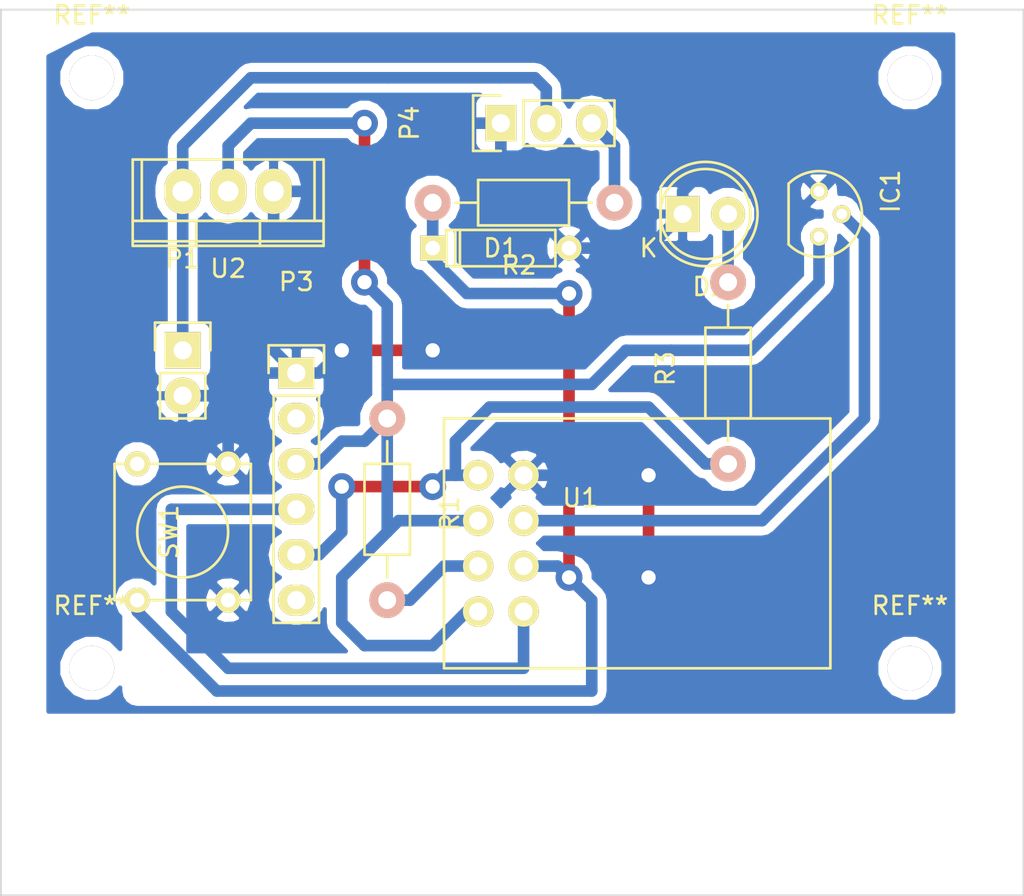
<source format=kicad_pcb>
(kicad_pcb (version 4) (host pcbnew "(2015-06-25 BZR 5821)-product")

  (general
    (links 27)
    (no_connects 2)
    (area 140.919999 52.019999 198.170001 101.650001)
    (thickness 1.6)
    (drawings 4)
    (tracks 120)
    (zones 0)
    (modules 16)
    (nets 13)
  )

  (page A4)
  (layers
    (0 F.Cu signal)
    (31 B.Cu signal)
    (32 B.Adhes user)
    (33 F.Adhes user)
    (34 B.Paste user)
    (35 F.Paste user)
    (36 B.SilkS user)
    (37 F.SilkS user)
    (38 B.Mask user)
    (39 F.Mask user)
    (40 Dwgs.User user)
    (41 Cmts.User user)
    (42 Eco1.User user)
    (43 Eco2.User user)
    (44 Edge.Cuts user)
    (45 Margin user)
    (46 B.CrtYd user)
    (47 F.CrtYd user hide)
    (48 B.Fab user hide)
    (49 F.Fab user hide)
  )

  (setup
    (last_trace_width 0.25)
    (trace_clearance 0.2)
    (zone_clearance 0.508)
    (zone_45_only no)
    (trace_min 0.2)
    (segment_width 0.2)
    (edge_width 0.1)
    (via_size 0.6)
    (via_drill 0.4)
    (via_min_size 0.4)
    (via_min_drill 0.3)
    (uvia_size 0.3)
    (uvia_drill 0.1)
    (uvias_allowed no)
    (uvia_min_size 0.2)
    (uvia_min_drill 0.1)
    (pcb_text_width 0.3)
    (pcb_text_size 1.5 1.5)
    (mod_edge_width 0.15)
    (mod_text_size 1 1)
    (mod_text_width 0.15)
    (pad_size 1.5 1.5)
    (pad_drill 0.6)
    (pad_to_mask_clearance 0)
    (aux_axis_origin 0 0)
    (visible_elements FFFDFF7F)
    (pcbplotparams
      (layerselection 0x01000_80000000)
      (usegerberextensions false)
      (excludeedgelayer true)
      (linewidth 0.100000)
      (plotframeref false)
      (viasonmask false)
      (mode 1)
      (useauxorigin false)
      (hpglpennumber 1)
      (hpglpenspeed 20)
      (hpglpendiameter 15)
      (hpglpenoverlay 2)
      (psnegative false)
      (psa4output false)
      (plotreference true)
      (plotvalue true)
      (plotinvisibletext false)
      (padsonsilk false)
      (subtractmaskfromsilk false)
      (outputformat 1)
      (mirror false)
      (drillshape 0)
      (scaleselection 1)
      (outputdirectory fab/))
  )

  (net 0 "")
  (net 1 +3V3)
  (net 2 GND)
  (net 3 "Net-(R1-Pad2)")
  (net 4 /rx)
  (net 5 /tx)
  (net 6 +5V)
  (net 7 /gpio0)
  (net 8 "Net-(P3-Pad2)")
  (net 9 "Net-(P3-Pad6)")
  (net 10 /gpio0-in)
  (net 11 /gpio2)
  (net 12 "Net-(D2-Pad2)")

  (net_class Default "This is the default net class."
    (clearance 0.2)
    (trace_width 0.25)
    (via_dia 0.6)
    (via_drill 0.4)
    (uvia_dia 0.3)
    (uvia_drill 0.1)
  )

  (net_class etch ""
    (clearance 0.2)
    (trace_width 0.65)
    (via_dia 1.5)
    (via_drill 0.8)
    (uvia_dia 0.3)
    (uvia_drill 0.1)
    (add_net +3V3)
    (add_net +5V)
    (add_net /gpio0)
    (add_net /gpio0-in)
    (add_net /gpio2)
    (add_net /rx)
    (add_net /tx)
    (add_net GND)
    (add_net "Net-(D2-Pad2)")
    (add_net "Net-(P3-Pad2)")
    (add_net "Net-(P3-Pad6)")
    (add_net "Net-(R1-Pad2)")
  )

  (module Pin_Headers:Pin_Header_Straight_1x02 (layer F.Cu) (tedit 54EA090C) (tstamp 55A12B77)
    (at 151.13 71.12)
    (descr "Through hole pin header")
    (tags "pin header")
    (path /55A01383)
    (fp_text reference P1 (at 0 -5.1) (layer F.SilkS)
      (effects (font (size 1 1) (thickness 0.15)))
    )
    (fp_text value power (at 0 -3.1) (layer F.Fab)
      (effects (font (size 1 1) (thickness 0.15)))
    )
    (fp_line (start 1.27 1.27) (end 1.27 3.81) (layer F.SilkS) (width 0.15))
    (fp_line (start 1.55 -1.55) (end 1.55 0) (layer F.SilkS) (width 0.15))
    (fp_line (start -1.75 -1.75) (end -1.75 4.3) (layer F.CrtYd) (width 0.05))
    (fp_line (start 1.75 -1.75) (end 1.75 4.3) (layer F.CrtYd) (width 0.05))
    (fp_line (start -1.75 -1.75) (end 1.75 -1.75) (layer F.CrtYd) (width 0.05))
    (fp_line (start -1.75 4.3) (end 1.75 4.3) (layer F.CrtYd) (width 0.05))
    (fp_line (start 1.27 1.27) (end -1.27 1.27) (layer F.SilkS) (width 0.15))
    (fp_line (start -1.55 0) (end -1.55 -1.55) (layer F.SilkS) (width 0.15))
    (fp_line (start -1.55 -1.55) (end 1.55 -1.55) (layer F.SilkS) (width 0.15))
    (fp_line (start -1.27 1.27) (end -1.27 3.81) (layer F.SilkS) (width 0.15))
    (fp_line (start -1.27 3.81) (end 1.27 3.81) (layer F.SilkS) (width 0.15))
    (pad 1 thru_hole rect (at 0 0) (size 2.032 2.032) (drill 1.016) (layers *.Cu *.Mask F.SilkS)
      (net 6 +5V))
    (pad 2 thru_hole oval (at 0 2.54) (size 2.032 2.032) (drill 1.016) (layers *.Cu *.Mask F.SilkS)
      (net 2 GND))
    (model Pin_Headers.3dshapes/Pin_Header_Straight_1x02.wrl
      (at (xyz 0 -0.05 0))
      (scale (xyz 1 1 1))
      (rotate (xyz 0 0 90))
    )
  )

  (module Resistors_ThroughHole:Resistor_Horizontal_RM10mm (layer F.Cu) (tedit 53F56209) (tstamp 55A12B94)
    (at 162.56 80.01 270)
    (descr "Resistor, Axial,  RM 10mm, 1/3W,")
    (tags "Resistor, Axial, RM 10mm, 1/3W,")
    (path /559D04DB)
    (fp_text reference R1 (at 0.24892 -3.50012 270) (layer F.SilkS)
      (effects (font (size 1 1) (thickness 0.15)))
    )
    (fp_text value 1k (at 3.81 3.81 270) (layer F.Fab)
      (effects (font (size 1 1) (thickness 0.15)))
    )
    (fp_line (start -2.54 -1.27) (end 2.54 -1.27) (layer F.SilkS) (width 0.15))
    (fp_line (start 2.54 -1.27) (end 2.54 1.27) (layer F.SilkS) (width 0.15))
    (fp_line (start 2.54 1.27) (end -2.54 1.27) (layer F.SilkS) (width 0.15))
    (fp_line (start -2.54 1.27) (end -2.54 -1.27) (layer F.SilkS) (width 0.15))
    (fp_line (start -2.54 0) (end -3.81 0) (layer F.SilkS) (width 0.15))
    (fp_line (start 2.54 0) (end 3.81 0) (layer F.SilkS) (width 0.15))
    (pad 1 thru_hole circle (at -5.08 0 270) (size 1.99898 1.99898) (drill 1.00076) (layers *.Cu *.SilkS *.Mask)
      (net 1 +3V3))
    (pad 2 thru_hole circle (at 5.08 0 270) (size 1.99898 1.99898) (drill 1.00076) (layers *.Cu *.SilkS *.Mask)
      (net 3 "Net-(R1-Pad2)"))
    (model Resistors_ThroughHole.3dshapes/Resistor_Horizontal_RM10mm.wrl
      (at (xyz 0 0 0))
      (scale (xyz 0.4 0.4 0.4))
      (rotate (xyz 0 0 0))
    )
  )

  (module kicadlibs:esp8266 (layer F.Cu) (tedit 55A126AC) (tstamp 55A12C16)
    (at 170.18 85.09)
    (path /55A0E571)
    (fp_text reference U1 (at 3.175 -5.715) (layer F.SilkS)
      (effects (font (size 1 1) (thickness 0.15)))
    )
    (fp_text value esp8266 (at 5.715 -8.255) (layer F.Fab)
      (effects (font (size 1 1) (thickness 0.15)))
    )
    (fp_line (start -4.445 -10.16) (end 17.145 -10.16) (layer F.SilkS) (width 0.15))
    (fp_line (start 17.145 -10.16) (end 17.145 3.81) (layer F.SilkS) (width 0.15))
    (fp_line (start 17.145 3.81) (end -4.445 3.81) (layer F.SilkS) (width 0.15))
    (fp_line (start -4.445 3.81) (end -4.445 -10.16) (layer F.SilkS) (width 0.15))
    (pad 1 thru_hole circle (at 0 0.635) (size 1.7 1.7) (drill 1) (layers *.Cu *.Mask F.SilkS)
      (net 4 /rx))
    (pad 2 thru_hole circle (at -2.54 0.635) (size 1.7 1.7) (drill 1) (layers *.Cu *.Mask F.SilkS)
      (net 1 +3V3))
    (pad 3 thru_hole circle (at 0 -1.905) (size 1.7 1.7) (drill 1) (layers *.Cu *.Mask F.SilkS)
      (net 7 /gpio0))
    (pad 4 thru_hole circle (at -2.54 -1.905) (size 1.7 1.7) (drill 1) (layers *.Cu *.Mask F.SilkS)
      (net 3 "Net-(R1-Pad2)"))
    (pad 5 thru_hole circle (at 0 -4.445) (size 1.7 1.7) (drill 1) (layers *.Cu *.Mask F.SilkS)
      (net 11 /gpio2))
    (pad 6 thru_hole circle (at -2.54 -4.445) (size 1.7 1.7) (drill 1) (layers *.Cu *.Mask F.SilkS)
      (net 1 +3V3))
    (pad 7 thru_hole circle (at 0 -6.985) (size 1.7 1.7) (drill 1) (layers *.Cu *.Mask F.SilkS)
      (net 2 GND))
    (pad 8 thru_hole circle (at -2.54 -6.985) (size 1.7 1.7) (drill 1) (layers *.Cu *.Mask F.SilkS)
      (net 5 /tx))
  )

  (module Pin_Headers:Pin_Header_Straight_1x06 (layer F.Cu) (tedit 0) (tstamp 55A12C71)
    (at 157.48 72.39)
    (descr "Through hole pin header")
    (tags "pin header")
    (path /55A12CF8)
    (fp_text reference P3 (at 0 -5.1) (layer F.SilkS)
      (effects (font (size 1 1) (thickness 0.15)))
    )
    (fp_text value ftdi (at 0 -3.1) (layer F.Fab)
      (effects (font (size 1 1) (thickness 0.15)))
    )
    (fp_line (start -1.75 -1.75) (end -1.75 14.45) (layer F.CrtYd) (width 0.05))
    (fp_line (start 1.75 -1.75) (end 1.75 14.45) (layer F.CrtYd) (width 0.05))
    (fp_line (start -1.75 -1.75) (end 1.75 -1.75) (layer F.CrtYd) (width 0.05))
    (fp_line (start -1.75 14.45) (end 1.75 14.45) (layer F.CrtYd) (width 0.05))
    (fp_line (start 1.27 1.27) (end 1.27 13.97) (layer F.SilkS) (width 0.15))
    (fp_line (start 1.27 13.97) (end -1.27 13.97) (layer F.SilkS) (width 0.15))
    (fp_line (start -1.27 13.97) (end -1.27 1.27) (layer F.SilkS) (width 0.15))
    (fp_line (start 1.55 -1.55) (end 1.55 0) (layer F.SilkS) (width 0.15))
    (fp_line (start 1.27 1.27) (end -1.27 1.27) (layer F.SilkS) (width 0.15))
    (fp_line (start -1.55 0) (end -1.55 -1.55) (layer F.SilkS) (width 0.15))
    (fp_line (start -1.55 -1.55) (end 1.55 -1.55) (layer F.SilkS) (width 0.15))
    (pad 1 thru_hole rect (at 0 0) (size 2.032 1.7272) (drill 1.016) (layers *.Cu *.Mask F.SilkS)
      (net 2 GND))
    (pad 2 thru_hole oval (at 0 2.54) (size 2.032 1.7272) (drill 1.016) (layers *.Cu *.Mask F.SilkS)
      (net 8 "Net-(P3-Pad2)"))
    (pad 3 thru_hole oval (at 0 5.08) (size 2.032 1.7272) (drill 1.016) (layers *.Cu *.Mask F.SilkS)
      (net 1 +3V3))
    (pad 4 thru_hole oval (at 0 7.62) (size 2.032 1.7272) (drill 1.016) (layers *.Cu *.Mask F.SilkS)
      (net 4 /rx))
    (pad 5 thru_hole oval (at 0 10.16) (size 2.032 1.7272) (drill 1.016) (layers *.Cu *.Mask F.SilkS)
      (net 5 /tx))
    (pad 6 thru_hole oval (at 0 12.7) (size 2.032 1.7272) (drill 1.016) (layers *.Cu *.Mask F.SilkS)
      (net 9 "Net-(P3-Pad6)"))
    (model Pin_Headers.3dshapes/Pin_Header_Straight_1x06.wrl
      (at (xyz 0 -0.25 0))
      (scale (xyz 1 1 1))
      (rotate (xyz 0 0 90))
    )
  )

  (module Resistors_ThroughHole:Resistor_Horizontal_RM10mm (layer F.Cu) (tedit 53F56209) (tstamp 55A13270)
    (at 170.18 62.865 180)
    (descr "Resistor, Axial,  RM 10mm, 1/3W,")
    (tags "Resistor, Axial, RM 10mm, 1/3W,")
    (path /55A136D6)
    (fp_text reference R2 (at 0.24892 -3.50012 180) (layer F.SilkS)
      (effects (font (size 1 1) (thickness 0.15)))
    )
    (fp_text value 1k (at 3.81 3.81 180) (layer F.Fab)
      (effects (font (size 1 1) (thickness 0.15)))
    )
    (fp_line (start -2.54 -1.27) (end 2.54 -1.27) (layer F.SilkS) (width 0.15))
    (fp_line (start 2.54 -1.27) (end 2.54 1.27) (layer F.SilkS) (width 0.15))
    (fp_line (start 2.54 1.27) (end -2.54 1.27) (layer F.SilkS) (width 0.15))
    (fp_line (start -2.54 1.27) (end -2.54 -1.27) (layer F.SilkS) (width 0.15))
    (fp_line (start -2.54 0) (end -3.81 0) (layer F.SilkS) (width 0.15))
    (fp_line (start 2.54 0) (end 3.81 0) (layer F.SilkS) (width 0.15))
    (pad 1 thru_hole circle (at -5.08 0 180) (size 1.99898 1.99898) (drill 1.00076) (layers *.Cu *.SilkS *.Mask)
      (net 10 /gpio0-in))
    (pad 2 thru_hole circle (at 5.08 0 180) (size 1.99898 1.99898) (drill 1.00076) (layers *.Cu *.SilkS *.Mask)
      (net 7 /gpio0))
    (model Resistors_ThroughHole.3dshapes/Resistor_Horizontal_RM10mm.wrl
      (at (xyz 0 0 0))
      (scale (xyz 0.4 0.4 0.4))
      (rotate (xyz 0 0 0))
    )
  )

  (module Discret:D3 (layer F.Cu) (tedit 55A381C1) (tstamp 55A132B9)
    (at 168.91 65.405 180)
    (descr "Diode 3 pas")
    (tags "DIODE DEV")
    (path /55A1356F)
    (fp_text reference D1 (at 0 0 180) (layer F.SilkS)
      (effects (font (size 1 1) (thickness 0.15)))
    )
    (fp_text value ZENER (at 0 0 180) (layer F.Fab)
      (effects (font (size 1 1) (thickness 0.15)))
    )
    (fp_line (start 3.81 0) (end 3.048 0) (layer F.SilkS) (width 0.15))
    (fp_line (start 3.048 0) (end 3.048 -1.016) (layer F.SilkS) (width 0.15))
    (fp_line (start 3.048 -1.016) (end -3.048 -1.016) (layer F.SilkS) (width 0.15))
    (fp_line (start -3.048 -1.016) (end -3.048 0) (layer F.SilkS) (width 0.15))
    (fp_line (start -3.048 0) (end -3.81 0) (layer F.SilkS) (width 0.15))
    (fp_line (start -3.048 0) (end -3.048 1.016) (layer F.SilkS) (width 0.15))
    (fp_line (start -3.048 1.016) (end 3.048 1.016) (layer F.SilkS) (width 0.15))
    (fp_line (start 3.048 1.016) (end 3.048 0) (layer F.SilkS) (width 0.15))
    (fp_line (start 2.54 -1.016) (end 2.54 1.016) (layer F.SilkS) (width 0.15))
    (fp_line (start 2.286 1.016) (end 2.286 -1.016) (layer F.SilkS) (width 0.15))
    (pad 1 thru_hole rect (at 3.81 0 180) (size 1.397 1.397) (drill 0.8128) (layers *.Cu *.Mask F.SilkS)
      (net 7 /gpio0))
    (pad 2 thru_hole circle (at -3.81 0 180) (size 1.397 1.397) (drill 0.8128) (layers *.Cu *.Mask F.SilkS)
      (net 2 GND))
    (model Discret.3dshapes/D3.wrl
      (at (xyz 0 0 0))
      (scale (xyz 0.3 0.3 0.3))
      (rotate (xyz 0 0 0))
    )
  )

  (module Power_Integrations:TO-220 (layer F.Cu) (tedit 0) (tstamp 55A132C6)
    (at 153.67 62.23 180)
    (descr "Non Isolated JEDEC TO-220 Package")
    (tags "Power Integration YN Package")
    (path /55A1346A)
    (fp_text reference U2 (at 0 -4.318 180) (layer F.SilkS)
      (effects (font (size 1 1) (thickness 0.15)))
    )
    (fp_text value AP1117D33 (at 0 -4.318 180) (layer F.Fab)
      (effects (font (size 1 1) (thickness 0.15)))
    )
    (fp_line (start 4.826 -1.651) (end 4.826 1.778) (layer F.SilkS) (width 0.15))
    (fp_line (start -4.826 -1.651) (end -4.826 1.778) (layer F.SilkS) (width 0.15))
    (fp_line (start 5.334 -2.794) (end -5.334 -2.794) (layer F.SilkS) (width 0.15))
    (fp_line (start 1.778 -1.778) (end 1.778 -3.048) (layer F.SilkS) (width 0.15))
    (fp_line (start -1.778 -1.778) (end -1.778 -3.048) (layer F.SilkS) (width 0.15))
    (fp_line (start -5.334 -1.651) (end 5.334 -1.651) (layer F.SilkS) (width 0.15))
    (fp_line (start 5.334 1.778) (end -5.334 1.778) (layer F.SilkS) (width 0.15))
    (fp_line (start -5.334 -3.048) (end -5.334 1.778) (layer F.SilkS) (width 0.15))
    (fp_line (start 5.334 -3.048) (end 5.334 1.778) (layer F.SilkS) (width 0.15))
    (fp_line (start 5.334 -3.048) (end -5.334 -3.048) (layer F.SilkS) (width 0.15))
    (pad 2 thru_hole oval (at 0 0 180) (size 2.032 2.54) (drill 1.143) (layers *.Cu *.Mask F.SilkS)
      (net 1 +3V3))
    (pad 3 thru_hole oval (at 2.54 0 180) (size 2.032 2.54) (drill 1.143) (layers *.Cu *.Mask F.SilkS)
      (net 6 +5V))
    (pad 1 thru_hole oval (at -2.54 0 180) (size 2.032 2.54) (drill 1.143) (layers *.Cu *.Mask F.SilkS)
      (net 2 GND))
  )

  (module Pin_Headers:Pin_Header_Straight_1x03 (layer F.Cu) (tedit 0) (tstamp 55A2DD87)
    (at 168.91 58.42 90)
    (descr "Through hole pin header")
    (tags "pin header")
    (path /55A2D5C4)
    (fp_text reference P4 (at 0 -5.1 90) (layer F.SilkS)
      (effects (font (size 1 1) (thickness 0.15)))
    )
    (fp_text value dust (at 0 -3.1 90) (layer F.Fab)
      (effects (font (size 1 1) (thickness 0.15)))
    )
    (fp_line (start -1.75 -1.75) (end -1.75 6.85) (layer F.CrtYd) (width 0.05))
    (fp_line (start 1.75 -1.75) (end 1.75 6.85) (layer F.CrtYd) (width 0.05))
    (fp_line (start -1.75 -1.75) (end 1.75 -1.75) (layer F.CrtYd) (width 0.05))
    (fp_line (start -1.75 6.85) (end 1.75 6.85) (layer F.CrtYd) (width 0.05))
    (fp_line (start -1.27 1.27) (end -1.27 6.35) (layer F.SilkS) (width 0.15))
    (fp_line (start -1.27 6.35) (end 1.27 6.35) (layer F.SilkS) (width 0.15))
    (fp_line (start 1.27 6.35) (end 1.27 1.27) (layer F.SilkS) (width 0.15))
    (fp_line (start 1.55 -1.55) (end 1.55 0) (layer F.SilkS) (width 0.15))
    (fp_line (start 1.27 1.27) (end -1.27 1.27) (layer F.SilkS) (width 0.15))
    (fp_line (start -1.55 0) (end -1.55 -1.55) (layer F.SilkS) (width 0.15))
    (fp_line (start -1.55 -1.55) (end 1.55 -1.55) (layer F.SilkS) (width 0.15))
    (pad 1 thru_hole rect (at 0 0 90) (size 2.032 1.7272) (drill 1.016) (layers *.Cu *.Mask F.SilkS)
      (net 2 GND))
    (pad 2 thru_hole oval (at 0 2.54 90) (size 2.032 1.7272) (drill 1.016) (layers *.Cu *.Mask F.SilkS)
      (net 6 +5V))
    (pad 3 thru_hole oval (at 0 5.08 90) (size 2.032 1.7272) (drill 1.016) (layers *.Cu *.Mask F.SilkS)
      (net 10 /gpio0-in))
    (model Pin_Headers.3dshapes/Pin_Header_Straight_1x03.wrl
      (at (xyz 0 -0.1 0))
      (scale (xyz 1 1 1))
      (rotate (xyz 0 0 90))
    )
  )

  (module Housings_TO-92:TO-92_Molded_Narrow (layer F.Cu) (tedit 54F242E1) (tstamp 55A2DE9D)
    (at 186.69 62.23 270)
    (descr "TO-92 leads molded, narrow, drill 0.6mm (see NXP sot054_po.pdf)")
    (tags "to-92 sc-43 sc-43a sot54 PA33 transistor")
    (path /55A2DD85)
    (fp_text reference IC1 (at 0 -4 270) (layer F.SilkS)
      (effects (font (size 1 1) (thickness 0.15)))
    )
    (fp_text value DS18B20 (at 0 3 270) (layer F.Fab)
      (effects (font (size 1 1) (thickness 0.15)))
    )
    (fp_line (start -1.4 1.95) (end -1.4 -2.65) (layer F.CrtYd) (width 0.05))
    (fp_line (start -1.4 1.95) (end 3.9 1.95) (layer F.CrtYd) (width 0.05))
    (fp_line (start -0.43 1.7) (end 2.97 1.7) (layer F.SilkS) (width 0.15))
    (fp_arc (start 1.27 0) (end 1.27 -2.4) (angle -135) (layer F.SilkS) (width 0.15))
    (fp_arc (start 1.27 0) (end 1.27 -2.4) (angle 135) (layer F.SilkS) (width 0.15))
    (fp_line (start -1.4 -2.65) (end 3.9 -2.65) (layer F.CrtYd) (width 0.05))
    (fp_line (start 3.9 1.95) (end 3.9 -2.65) (layer F.CrtYd) (width 0.05))
    (pad 2 thru_hole circle (at 1.27 -1.27) (size 1.00076 1.00076) (drill 0.6) (layers *.Cu *.Mask F.SilkS)
      (net 11 /gpio2))
    (pad 3 thru_hole circle (at 2.54 0) (size 1.00076 1.00076) (drill 0.6) (layers *.Cu *.Mask F.SilkS)
      (net 1 +3V3))
    (pad 1 thru_hole circle (at 0 0) (size 1.00076 1.00076) (drill 0.6) (layers *.Cu *.Mask F.SilkS)
      (net 2 GND))
    (model Housings_TO-92.3dshapes/TO-92_Molded_Narrow.wrl
      (at (xyz 0.05 0 0))
      (scale (xyz 1 1 1))
      (rotate (xyz 0 0 -90))
    )
  )

  (module Resistors_ThroughHole:Resistor_Horizontal_RM10mm (layer F.Cu) (tedit 53F56209) (tstamp 55A37E7E)
    (at 181.61 72.39 90)
    (descr "Resistor, Axial,  RM 10mm, 1/3W,")
    (tags "Resistor, Axial, RM 10mm, 1/3W,")
    (path /55A37F6F)
    (fp_text reference R3 (at 0.24892 -3.50012 90) (layer F.SilkS)
      (effects (font (size 1 1) (thickness 0.15)))
    )
    (fp_text value 1k (at 3.81 3.81 90) (layer F.Fab)
      (effects (font (size 1 1) (thickness 0.15)))
    )
    (fp_line (start -2.54 -1.27) (end 2.54 -1.27) (layer F.SilkS) (width 0.15))
    (fp_line (start 2.54 -1.27) (end 2.54 1.27) (layer F.SilkS) (width 0.15))
    (fp_line (start 2.54 1.27) (end -2.54 1.27) (layer F.SilkS) (width 0.15))
    (fp_line (start -2.54 1.27) (end -2.54 -1.27) (layer F.SilkS) (width 0.15))
    (fp_line (start -2.54 0) (end -3.81 0) (layer F.SilkS) (width 0.15))
    (fp_line (start 2.54 0) (end 3.81 0) (layer F.SilkS) (width 0.15))
    (pad 1 thru_hole circle (at -5.08 0 90) (size 1.99898 1.99898) (drill 1.00076) (layers *.Cu *.SilkS *.Mask)
      (net 5 /tx))
    (pad 2 thru_hole circle (at 5.08 0 90) (size 1.99898 1.99898) (drill 1.00076) (layers *.Cu *.SilkS *.Mask)
      (net 12 "Net-(D2-Pad2)"))
    (model Resistors_ThroughHole.3dshapes/Resistor_Horizontal_RM10mm.wrl
      (at (xyz 0 0 0))
      (scale (xyz 0.4 0.4 0.4))
      (rotate (xyz 0 0 0))
    )
  )

  (module LEDs:LED-5MM (layer F.Cu) (tedit 5570F7EA) (tstamp 55A37EB4)
    (at 179.07 63.5)
    (descr "LED 5mm round vertical")
    (tags "LED 5mm round vertical")
    (path /55A37ED4)
    (fp_text reference D2 (at 1.524 4.064) (layer F.SilkS)
      (effects (font (size 1 1) (thickness 0.15)))
    )
    (fp_text value LED (at 1.524 -3.937) (layer F.Fab)
      (effects (font (size 1 1) (thickness 0.15)))
    )
    (fp_line (start -1.5 -1.55) (end -1.5 1.55) (layer F.CrtYd) (width 0.05))
    (fp_arc (start 1.3 0) (end -1.5 1.55) (angle -302) (layer F.CrtYd) (width 0.05))
    (fp_arc (start 1.27 0) (end -1.23 -1.5) (angle 297.5) (layer F.SilkS) (width 0.15))
    (fp_line (start -1.23 1.5) (end -1.23 -1.5) (layer F.SilkS) (width 0.15))
    (fp_circle (center 1.27 0) (end 0.97 -2.5) (layer F.SilkS) (width 0.15))
    (fp_text user K (at -1.905 1.905) (layer F.SilkS)
      (effects (font (size 1 1) (thickness 0.15)))
    )
    (pad 1 thru_hole rect (at 0 0 90) (size 2 1.9) (drill 1.00076) (layers *.Cu *.Mask F.SilkS)
      (net 2 GND))
    (pad 2 thru_hole circle (at 2.54 0) (size 1.9 1.9) (drill 1.00076) (layers *.Cu *.Mask F.SilkS)
      (net 12 "Net-(D2-Pad2)"))
    (model LEDs.3dshapes/LED-5MM.wrl
      (at (xyz 0.05 0 0))
      (scale (xyz 1 1 1))
      (rotate (xyz 0 0 90))
    )
  )

  (module Buttons_Switches_ThroughHole:SW_PUSH_SMALL (layer F.Cu) (tedit 0) (tstamp 55A410CC)
    (at 151.13 81.28 90)
    (path /55A4108A)
    (fp_text reference SW1 (at 0 -0.762 90) (layer F.SilkS)
      (effects (font (size 1 1) (thickness 0.15)))
    )
    (fp_text value SW_PUSH (at 0 1.016 90) (layer F.Fab)
      (effects (font (size 1 1) (thickness 0.15)))
    )
    (fp_circle (center 0 0) (end 0 -2.54) (layer F.SilkS) (width 0.15))
    (fp_line (start -3.81 -3.81) (end 3.81 -3.81) (layer F.SilkS) (width 0.15))
    (fp_line (start 3.81 -3.81) (end 3.81 3.81) (layer F.SilkS) (width 0.15))
    (fp_line (start 3.81 3.81) (end -3.81 3.81) (layer F.SilkS) (width 0.15))
    (fp_line (start -3.81 -3.81) (end -3.81 3.81) (layer F.SilkS) (width 0.15))
    (pad 1 thru_hole circle (at 3.81 -2.54 90) (size 1.397 1.397) (drill 0.8128) (layers *.Cu *.Mask F.SilkS)
      (net 7 /gpio0))
    (pad 2 thru_hole circle (at 3.81 2.54 90) (size 1.397 1.397) (drill 0.8128) (layers *.Cu *.Mask F.SilkS)
      (net 2 GND))
    (pad 1 thru_hole circle (at -3.81 -2.54 90) (size 1.397 1.397) (drill 0.8128) (layers *.Cu *.Mask F.SilkS)
      (net 7 /gpio0))
    (pad 2 thru_hole circle (at -3.81 2.54 90) (size 1.397 1.397) (drill 0.8128) (layers *.Cu *.Mask F.SilkS)
      (net 2 GND))
  )

  (module Mounting_Holes:MountingHole_2-5mm (layer F.Cu) (tedit 0) (tstamp 55A415CE)
    (at 191.77 88.9)
    (descr "Mounting hole, Befestigungsbohrung, 2,5mm, No Annular, Kein Restring,")
    (tags "Mounting hole, Befestigungsbohrung, 2,5mm, No Annular, Kein Restring,")
    (fp_text reference REF** (at 0 -3.50012) (layer F.SilkS)
      (effects (font (size 1 1) (thickness 0.15)))
    )
    (fp_text value MountingHole_2-5mm (at 0.09906 3.59918) (layer F.Fab)
      (effects (font (size 1 1) (thickness 0.15)))
    )
    (fp_circle (center 0 0) (end 2.5 0) (layer Cmts.User) (width 0.381))
    (pad 1 thru_hole circle (at 0 0) (size 2.5 2.5) (drill 2.5) (layers))
  )

  (module Mounting_Holes:MountingHole_2-5mm (layer F.Cu) (tedit 0) (tstamp 55A415E2)
    (at 191.77 55.88)
    (descr "Mounting hole, Befestigungsbohrung, 2,5mm, No Annular, Kein Restring,")
    (tags "Mounting hole, Befestigungsbohrung, 2,5mm, No Annular, Kein Restring,")
    (fp_text reference REF** (at 0 -3.50012) (layer F.SilkS)
      (effects (font (size 1 1) (thickness 0.15)))
    )
    (fp_text value MountingHole_2-5mm (at 0.09906 3.59918) (layer F.Fab)
      (effects (font (size 1 1) (thickness 0.15)))
    )
    (fp_circle (center 0 0) (end 2.5 0) (layer Cmts.User) (width 0.381))
    (pad 1 thru_hole circle (at 0 0) (size 2.5 2.5) (drill 2.5) (layers))
  )

  (module Mounting_Holes:MountingHole_2-5mm (layer F.Cu) (tedit 0) (tstamp 55A415F7)
    (at 146.05 55.88)
    (descr "Mounting hole, Befestigungsbohrung, 2,5mm, No Annular, Kein Restring,")
    (tags "Mounting hole, Befestigungsbohrung, 2,5mm, No Annular, Kein Restring,")
    (fp_text reference REF** (at 0 -3.50012) (layer F.SilkS)
      (effects (font (size 1 1) (thickness 0.15)))
    )
    (fp_text value MountingHole_2-5mm (at 0.09906 3.59918) (layer F.Fab)
      (effects (font (size 1 1) (thickness 0.15)))
    )
    (fp_circle (center 0 0) (end 2.5 0) (layer Cmts.User) (width 0.381))
    (pad 1 thru_hole circle (at 0 0) (size 2.5 2.5) (drill 2.5) (layers))
  )

  (module Mounting_Holes:MountingHole_2-5mm (layer F.Cu) (tedit 0) (tstamp 55A415FF)
    (at 146.05 88.9)
    (descr "Mounting hole, Befestigungsbohrung, 2,5mm, No Annular, Kein Restring,")
    (tags "Mounting hole, Befestigungsbohrung, 2,5mm, No Annular, Kein Restring,")
    (fp_text reference REF** (at 0 -3.50012) (layer F.SilkS)
      (effects (font (size 1 1) (thickness 0.15)))
    )
    (fp_text value MountingHole_2-5mm (at 0.09906 3.59918) (layer F.Fab)
      (effects (font (size 1 1) (thickness 0.15)))
    )
    (fp_circle (center 0 0) (end 2.5 0) (layer Cmts.User) (width 0.381))
    (pad 1 thru_hole circle (at 0 0) (size 2.5 2.5) (drill 2.5) (layers))
  )

  (gr_line (start 140.97 101.6) (end 140.97 52.07) (angle 90) (layer Edge.Cuts) (width 0.1))
  (gr_line (start 198.12 101.6) (end 140.97 101.6) (angle 90) (layer Edge.Cuts) (width 0.1))
  (gr_line (start 198.12 52.07) (end 198.12 101.6) (angle 90) (layer Edge.Cuts) (width 0.1))
  (gr_line (start 140.97 52.07) (end 198.12 52.07) (angle 90) (layer Edge.Cuts) (width 0.1))

  (segment (start 178.435 71.12) (end 175.895 71.12) (width 0.65) (layer B.Cu) (net 1))
  (segment (start 178.435 71.12) (end 182.88 71.12) (width 0.65) (layer B.Cu) (net 1) (tstamp 55A380C8))
  (segment (start 186.69 64.77) (end 186.69 67.31) (width 0.65) (layer B.Cu) (net 1))
  (segment (start 186.69 67.31) (end 182.88 71.12) (width 0.65) (layer B.Cu) (net 1) (tstamp 55A37FA1))
  (segment (start 173.99 73.025) (end 162.56 73.025) (width 0.65) (layer B.Cu) (net 1) (tstamp 55A3824C))
  (segment (start 175.895 71.12) (end 173.99 73.025) (width 0.65) (layer B.Cu) (net 1) (tstamp 55A3824B))
  (segment (start 157.48 77.47) (end 158.75 77.47) (width 0.65) (layer B.Cu) (net 1))
  (segment (start 158.75 77.47) (end 160.02 76.2) (width 0.65) (layer B.Cu) (net 1) (tstamp 55A2E58D))
  (segment (start 160.02 76.2) (end 161.29 76.2) (width 0.65) (layer B.Cu) (net 1) (tstamp 55A2E58F))
  (segment (start 161.29 76.2) (end 162.56 74.93) (width 0.65) (layer B.Cu) (net 1) (tstamp 55A2E590))
  (segment (start 162.56 74.93) (end 162.56 81.28) (width 0.65) (layer B.Cu) (net 1))
  (segment (start 167.64 85.725) (end 167.005 85.725) (width 0.65) (layer B.Cu) (net 1))
  (segment (start 167.005 85.725) (end 165.1 87.63) (width 0.65) (layer B.Cu) (net 1) (tstamp 55A2E4B4))
  (segment (start 165.1 87.63) (end 161.29 87.63) (width 0.65) (layer B.Cu) (net 1) (tstamp 55A2E4BE))
  (segment (start 161.29 87.63) (end 160.02 86.36) (width 0.65) (layer B.Cu) (net 1) (tstamp 55A2E4BF))
  (segment (start 160.02 86.36) (end 160.02 83.82) (width 0.65) (layer B.Cu) (net 1) (tstamp 55A2E4C1))
  (segment (start 160.02 83.82) (end 162.56 81.28) (width 0.65) (layer B.Cu) (net 1) (tstamp 55A2E4C3))
  (segment (start 162.56 81.28) (end 163.195 80.645) (width 0.65) (layer B.Cu) (net 1) (tstamp 55A2E572))
  (segment (start 163.195 80.645) (end 167.64 80.645) (width 0.65) (layer B.Cu) (net 1) (tstamp 55A2E4C5))
  (segment (start 153.67 62.23) (end 153.67 59.69) (width 0.65) (layer B.Cu) (net 1))
  (segment (start 161.29 67.31) (end 162.56 68.58) (width 0.65) (layer B.Cu) (net 1) (tstamp 55A2E318))
  (via (at 161.29 67.31) (size 1.5) (drill 0.8) (layers F.Cu B.Cu) (net 1))
  (segment (start 161.29 58.42) (end 161.29 67.31) (width 0.65) (layer F.Cu) (net 1) (tstamp 55A2E315))
  (via (at 161.29 58.42) (size 1.5) (drill 0.8) (layers F.Cu B.Cu) (net 1))
  (segment (start 154.94 58.42) (end 161.29 58.42) (width 0.65) (layer B.Cu) (net 1) (tstamp 55A2E312))
  (segment (start 153.67 59.69) (end 154.94 58.42) (width 0.65) (layer B.Cu) (net 1) (tstamp 55A2E310))
  (segment (start 162.56 68.58) (end 162.56 73.025) (width 0.65) (layer B.Cu) (net 1) (tstamp 55A2E319))
  (segment (start 162.56 73.025) (end 162.56 74.93) (width 0.65) (layer B.Cu) (net 1) (tstamp 55A3824F))
  (segment (start 175.26 66.675) (end 175.895 66.675) (width 0.65) (layer B.Cu) (net 2))
  (segment (start 175.895 66.675) (end 179.07 63.5) (width 0.65) (layer B.Cu) (net 2) (tstamp 55A41293))
  (segment (start 190.5 83.82) (end 177.165 83.82) (width 0.65) (layer B.Cu) (net 2))
  (segment (start 187.96 60.96) (end 189.23 60.96) (width 0.65) (layer B.Cu) (net 2) (tstamp 55A37F94))
  (segment (start 189.23 60.96) (end 191.77 63.5) (width 0.65) (layer B.Cu) (net 2) (tstamp 55A37F99))
  (segment (start 191.77 63.5) (end 191.77 82.55) (width 0.65) (layer B.Cu) (net 2) (tstamp 55A37F9A))
  (segment (start 191.77 82.55) (end 190.5 83.82) (width 0.65) (layer B.Cu) (net 2) (tstamp 55A37F9E))
  (via (at 177.165 78.105) (size 1.5) (drill 0.8) (layers F.Cu B.Cu) (net 2))
  (segment (start 177.165 78.105) (end 177.165 83.82) (width 0.65) (layer F.Cu) (net 2) (tstamp 55A382C1))
  (via (at 177.165 83.82) (size 1.5) (drill 0.8) (layers F.Cu B.Cu) (net 2))
  (segment (start 177.165 78.105) (end 170.18 78.105) (width 0.65) (layer B.Cu) (net 2))
  (segment (start 153.67 77.47) (end 153.67 73.66) (width 0.65) (layer B.Cu) (net 2))
  (segment (start 168.91 58.42) (end 168.91 61.595) (width 0.65) (layer B.Cu) (net 2))
  (segment (start 168.91 61.595) (end 172.72 65.405) (width 0.65) (layer B.Cu) (net 2) (tstamp 55A38240))
  (segment (start 168.91 58.42) (end 164.465 58.42) (width 0.65) (layer B.Cu) (net 2))
  (segment (start 160.655 62.23) (end 164.465 58.42) (width 0.65) (layer B.Cu) (net 2) (tstamp 55A38244))
  (segment (start 160.655 62.23) (end 156.21 62.23) (width 0.65) (layer B.Cu) (net 2))
  (segment (start 165.1 71.12) (end 173.355 71.12) (width 0.65) (layer B.Cu) (net 2))
  (segment (start 173.355 71.12) (end 175.26 69.215) (width 0.65) (layer B.Cu) (net 2) (tstamp 55A382A8))
  (segment (start 175.26 69.215) (end 175.26 66.675) (width 0.65) (layer B.Cu) (net 2) (tstamp 55A382A9))
  (segment (start 175.26 66.675) (end 175.26 66.04) (width 0.65) (layer B.Cu) (net 2) (tstamp 55A41291))
  (segment (start 175.26 66.04) (end 174.625 65.405) (width 0.65) (layer B.Cu) (net 2) (tstamp 55A382AA))
  (segment (start 174.625 65.405) (end 172.72 65.405) (width 0.65) (layer B.Cu) (net 2) (tstamp 55A382AB))
  (via (at 165.1 71.12) (size 1.5) (drill 0.8) (layers F.Cu B.Cu) (net 2))
  (segment (start 165.1 71.12) (end 160.02 71.12) (width 0.65) (layer F.Cu) (net 2) (tstamp 55A2E4EC))
  (via (at 160.02 71.12) (size 1.5) (drill 0.8) (layers F.Cu B.Cu) (net 2))
  (segment (start 160.02 71.12) (end 158.75 72.39) (width 0.65) (layer B.Cu) (net 2) (tstamp 55A2E4EF))
  (segment (start 157.48 72.39) (end 158.75 72.39) (width 0.65) (layer B.Cu) (net 2) (tstamp 55A2E4F0))
  (segment (start 179.07 63.5) (end 179.07 62.23) (width 0.65) (layer B.Cu) (net 2))
  (segment (start 179.07 62.23) (end 180.34 60.96) (width 0.65) (layer B.Cu) (net 2) (tstamp 55A37FAC))
  (segment (start 180.34 60.96) (end 187.96 60.96) (width 0.65) (layer B.Cu) (net 2) (tstamp 55A37FAD))
  (segment (start 186.69 62.23) (end 187.96 60.96) (width 0.65) (layer B.Cu) (net 2))
  (segment (start 151.13 73.66) (end 153.67 73.66) (width 0.65) (layer B.Cu) (net 2))
  (segment (start 154.94 72.39) (end 157.48 72.39) (width 0.65) (layer B.Cu) (net 2) (tstamp 55A2E1CB))
  (segment (start 153.67 73.66) (end 154.94 72.39) (width 0.65) (layer B.Cu) (net 2) (tstamp 55A2E1CA))
  (segment (start 156.21 62.23) (end 156.21 71.12) (width 0.65) (layer B.Cu) (net 2))
  (segment (start 156.21 71.12) (end 157.48 72.39) (width 0.65) (layer B.Cu) (net 2) (tstamp 55A2E1C5))
  (segment (start 162.56 85.09) (end 163.83 85.09) (width 0.65) (layer B.Cu) (net 3))
  (segment (start 165.735 83.185) (end 167.64 83.185) (width 0.65) (layer B.Cu) (net 3) (tstamp 55A2E328))
  (segment (start 163.83 85.09) (end 165.735 83.185) (width 0.65) (layer B.Cu) (net 3) (tstamp 55A2E327))
  (segment (start 153.67 88.9) (end 150.495 85.725) (width 0.65) (layer B.Cu) (net 4))
  (segment (start 150.495 80.01) (end 153.67 80.01) (width 0.65) (layer B.Cu) (net 4) (tstamp 55A4112A))
  (segment (start 157.48 80.01) (end 153.67 80.01) (width 0.65) (layer B.Cu) (net 4))
  (segment (start 170.18 88.9) (end 170.18 85.725) (width 0.65) (layer B.Cu) (net 4) (tstamp 55A2E302))
  (segment (start 153.67 88.9) (end 170.18 88.9) (width 0.65) (layer B.Cu) (net 4) (tstamp 55A2E2FD))
  (segment (start 150.495 85.725) (end 150.495 80.01) (width 0.65) (layer B.Cu) (net 4) (tstamp 55A4169C))
  (segment (start 181.61 77.47) (end 180.34 77.47) (width 0.65) (layer B.Cu) (net 5))
  (segment (start 166.37 76.2) (end 166.37 78.105) (width 0.65) (layer B.Cu) (net 5) (tstamp 55A38259))
  (segment (start 168.275 74.295) (end 166.37 76.2) (width 0.65) (layer B.Cu) (net 5) (tstamp 55A38258))
  (segment (start 177.165 74.295) (end 168.275 74.295) (width 0.65) (layer B.Cu) (net 5) (tstamp 55A38255))
  (segment (start 180.34 77.47) (end 177.165 74.295) (width 0.65) (layer B.Cu) (net 5) (tstamp 55A38254))
  (segment (start 157.48 82.55) (end 158.75 82.55) (width 0.65) (layer B.Cu) (net 5))
  (segment (start 158.75 82.55) (end 160.02 81.28) (width 0.65) (layer B.Cu) (net 5) (tstamp 55A2E57A))
  (segment (start 160.02 81.28) (end 160.02 78.74) (width 0.65) (layer B.Cu) (net 5) (tstamp 55A2E57B))
  (via (at 160.02 78.74) (size 1.5) (drill 0.8) (layers F.Cu B.Cu) (net 5))
  (segment (start 160.02 78.74) (end 165.1 78.74) (width 0.65) (layer F.Cu) (net 5) (tstamp 55A2E584))
  (via (at 165.1 78.74) (size 1.5) (drill 0.8) (layers F.Cu B.Cu) (net 5))
  (segment (start 165.1 78.74) (end 165.735 78.105) (width 0.65) (layer B.Cu) (net 5) (tstamp 55A2E587))
  (segment (start 165.735 78.105) (end 166.37 78.105) (width 0.65) (layer B.Cu) (net 5) (tstamp 55A2E588))
  (segment (start 166.37 78.105) (end 167.64 78.105) (width 0.65) (layer B.Cu) (net 5) (tstamp 55A3825C))
  (segment (start 171.45 58.42) (end 171.45 56.515) (width 0.65) (layer B.Cu) (net 6))
  (segment (start 151.13 59.69) (end 151.13 62.23) (width 0.65) (layer B.Cu) (net 6))
  (segment (start 154.94 55.88) (end 162.56 55.88) (width 0.65) (layer B.Cu) (net 6) (tstamp 55A2E3E8))
  (segment (start 151.13 59.69) (end 154.94 55.88) (width 0.65) (layer B.Cu) (net 6) (tstamp 55A2E3DD))
  (segment (start 162.56 55.88) (end 168.91 55.88) (width 0.65) (layer B.Cu) (net 6))
  (segment (start 170.815 55.88) (end 168.91 55.88) (width 0.65) (layer B.Cu) (net 6) (tstamp 55A382EC))
  (segment (start 171.45 56.515) (end 170.815 55.88) (width 0.65) (layer B.Cu) (net 6) (tstamp 55A382EB))
  (segment (start 151.13 62.23) (end 151.13 71.12) (width 0.65) (layer B.Cu) (net 6))
  (segment (start 148.59 85.09) (end 148.59 85.725) (width 0.65) (layer B.Cu) (net 7) (status C00000))
  (segment (start 148.59 85.725) (end 153.035 90.17) (width 0.65) (layer B.Cu) (net 7) (tstamp 55A41696) (status 400000))
  (segment (start 172.72 83.82) (end 173.99 85.09) (width 0.65) (layer B.Cu) (net 7) (tstamp 55A2E544))
  (segment (start 173.99 85.09) (end 173.99 90.17) (width 0.65) (layer B.Cu) (net 7) (tstamp 55A2E32F))
  (segment (start 173.99 90.17) (end 153.035 90.17) (width 0.65) (layer B.Cu) (net 7) (tstamp 55A2E330))
  (segment (start 165.1 65.405) (end 165.1 66.04) (width 0.65) (layer B.Cu) (net 7))
  (segment (start 165.1 66.04) (end 167.005 67.945) (width 0.65) (layer B.Cu) (net 7) (tstamp 55A3825E))
  (segment (start 170.815 67.945) (end 172.72 67.945) (width 0.65) (layer B.Cu) (net 7) (tstamp 55A38261))
  (segment (start 167.005 67.945) (end 170.815 67.945) (width 0.65) (layer B.Cu) (net 7) (tstamp 55A38260))
  (segment (start 165.1 62.865) (end 165.1 65.405) (width 0.65) (layer B.Cu) (net 7))
  (segment (start 172.72 67.945) (end 172.436458 68.228542) (width 0.65) (layer B.Cu) (net 7) (tstamp 55A2E529))
  (segment (start 172.436458 68.228542) (end 172.72 67.945) (width 0.65) (layer B.Cu) (net 7) (tstamp 55A2E52B))
  (via (at 172.72 67.945) (size 1.5) (drill 0.8) (layers F.Cu B.Cu) (net 7))
  (via (at 172.72 83.82) (size 1.5) (drill 0.8) (layers F.Cu B.Cu) (net 7))
  (segment (start 172.72 67.945) (end 172.72 83.82) (width 0.65) (layer F.Cu) (net 7) (tstamp 55A2E537))
  (segment (start 170.18 83.185) (end 172.085 83.185) (width 0.65) (layer B.Cu) (net 7))
  (segment (start 172.085 83.185) (end 172.72 83.82) (width 0.65) (layer B.Cu) (net 7) (tstamp 55A2E32E))
  (segment (start 175.26 62.865) (end 175.26 59.69) (width 0.65) (layer B.Cu) (net 10))
  (segment (start 175.26 59.69) (end 173.99 58.42) (width 0.65) (layer B.Cu) (net 10) (tstamp 55A38227))
  (segment (start 189.23 74.93) (end 189.23 64.77) (width 0.65) (layer B.Cu) (net 11))
  (segment (start 183.515 80.645) (end 189.23 74.93) (width 0.65) (layer B.Cu) (net 11) (tstamp 55A2E342))
  (segment (start 170.18 80.645) (end 183.515 80.645) (width 0.65) (layer B.Cu) (net 11))
  (segment (start 189.23 64.77) (end 187.96 63.5) (width 0.65) (layer B.Cu) (net 11) (tstamp 55A37F91))
  (segment (start 181.61 67.31) (end 181.61 63.5) (width 0.65) (layer B.Cu) (net 12))

  (zone (net 2) (net_name GND) (layer B.Cu) (tstamp 55A2E85F) (hatch edge 0.508)
    (connect_pads (clearance 0.508))
    (min_thickness 0.254)
    (fill yes (arc_segments 16) (thermal_gap 0.508) (thermal_bridge_width 0.508))
    (polygon
      (pts
        (xy 146.05 53.34) (xy 194.31 53.34) (xy 194.31 91.44) (xy 143.51 91.44) (xy 143.51 54.61)
      )
    )
    (filled_polygon
      (pts
        (xy 194.183 91.313) (xy 143.637 91.313) (xy 143.637 78.815927) (xy 153.47748 78.815927) (xy 154.007199 78.787148)
        (xy 154.362929 78.6398) (xy 154.424583 78.404188) (xy 154.244978 78.224583) (xy 154.604188 78.224583) (xy 154.8398 78.162929)
        (xy 155.015927 77.66252) (xy 154.987148 77.132801) (xy 154.8398 76.777071) (xy 154.604188 76.715417) (xy 153.849605 77.47)
        (xy 153.490395 77.47) (xy 153.490395 77.47) (xy 152.735812 76.715417) (xy 152.5002 76.777071) (xy 152.324073 77.27748)
        (xy 152.352852 77.807199) (xy 152.5002 78.162929) (xy 152.735812 78.224583) (xy 153.490395 77.47) (xy 153.849605 77.47)
        (xy 153.490395 77.47) (xy 153.490395 77.47) (xy 153.849605 77.47) (xy 154.604188 78.224583) (xy 154.244978 78.224583)
        (xy 153.67 77.649605) (xy 152.915417 78.404188) (xy 149.541681 78.404188) (xy 149.719827 78.226353) (xy 149.923268 77.736413)
        (xy 149.923731 77.205914) (xy 149.721146 76.71562) (xy 149.346353 76.340173) (xy 148.895235 76.152852) (xy 153.332801 76.152852)
        (xy 152.977071 76.3002) (xy 152.915417 76.535812) (xy 153.67 77.290395) (xy 154.424583 76.535812) (xy 154.362929 76.3002)
        (xy 153.86252 76.124073) (xy 153.332801 76.152852) (xy 148.895235 76.152852) (xy 148.856413 76.136732) (xy 148.325914 76.136269)
        (xy 147.83562 76.338854) (xy 147.460173 76.713647) (xy 147.256732 77.203587) (xy 147.256269 77.734086) (xy 147.458854 78.22438)
        (xy 147.833647 78.599827) (xy 148.323587 78.803268) (xy 148.854086 78.803731) (xy 149.34438 78.601146) (xy 149.541681 78.404188)
        (xy 152.915417 78.404188) (xy 149.541681 78.404188) (xy 149.541681 78.404188) (xy 152.915417 78.404188) (xy 152.977071 78.6398)
        (xy 153.47748 78.815927) (xy 143.637 78.815927) (xy 143.637 73.787) (xy 149.643164 73.787) (xy 149.524025 74.042944)
        (xy 149.723615 74.524818) (xy 150.161621 74.997188) (xy 150.747054 75.265983) (xy 151.003 75.147367) (xy 151.003 73.787)
        (xy 151.257 73.787) (xy 151.003 73.787) (xy 151.003 73.787) (xy 151.257 73.787) (xy 151.257 75.147367)
        (xy 151.512946 75.265983) (xy 152.098379 74.997188) (xy 152.536385 74.524818) (xy 152.735975 74.042944) (xy 152.616836 73.787)
        (xy 151.257 73.787) (xy 151.003 73.787) (xy 151.003 73.787) (xy 149.643164 73.787) (xy 143.637 73.787)
        (xy 143.637 73.613299) (xy 155.925673 73.613299) (xy 156.104302 73.791927) (xy 156.25778 73.8555) (xy 156.235585 73.87033)
        (xy 155.910729 74.356511) (xy 155.796655 74.93) (xy 155.910729 75.503489) (xy 156.235585 75.98967) (xy 156.550366 76.2)
        (xy 156.235585 76.41033) (xy 155.910729 76.896511) (xy 155.796655 77.47) (xy 155.910729 78.043489) (xy 156.235585 78.52967)
        (xy 156.550366 78.74) (xy 156.235585 78.95033) (xy 156.168988 79.05) (xy 150.495 79.05) (xy 150.127624 79.123076)
        (xy 149.816177 79.331177) (xy 149.608076 79.642624) (xy 149.535 80.01) (xy 149.535 84.149149) (xy 149.346353 83.960173)
        (xy 148.856413 83.756732) (xy 148.325914 83.756269) (xy 147.83562 83.958854) (xy 147.460173 84.333647) (xy 147.256732 84.823587)
        (xy 147.256269 85.354086) (xy 147.458854 85.84438) (xy 147.63 86.015825) (xy 147.63 87.814638) (xy 147.119161 87.302907)
        (xy 146.426595 87.015328) (xy 145.676695 87.014674) (xy 144.983628 87.301043) (xy 144.452907 87.830839) (xy 144.165328 88.523405)
        (xy 144.164674 89.273305) (xy 144.451043 89.966372) (xy 144.980839 90.497093) (xy 145.673405 90.784672) (xy 146.423305 90.785326)
        (xy 147.116372 90.498957) (xy 147.63 89.986224) (xy 147.63 90.17) (xy 147.703076 90.537376) (xy 147.911177 90.848823)
        (xy 148.222624 91.056924) (xy 148.59 91.13) (xy 173.99 91.13) (xy 174.357376 91.056924) (xy 174.668823 90.848823)
        (xy 174.876924 90.537376) (xy 174.95 90.17) (xy 174.95 87.301043) (xy 190.703628 87.301043) (xy 190.172907 87.830839)
        (xy 189.885328 88.523405) (xy 189.884674 89.273305) (xy 190.171043 89.966372) (xy 190.700839 90.497093) (xy 191.393405 90.784672)
        (xy 192.143305 90.785326) (xy 192.836372 90.498957) (xy 193.367093 89.969161) (xy 193.654672 89.276595) (xy 193.655326 88.526695)
        (xy 193.368957 87.833628) (xy 192.839161 87.302907) (xy 192.146595 87.015328) (xy 191.396695 87.014674) (xy 190.703628 87.301043)
        (xy 174.95 87.301043) (xy 174.95 85.090005) (xy 174.950001 85.09) (xy 174.876924 84.722624) (xy 174.841934 84.670257)
        (xy 174.668823 84.411177) (xy 174.66882 84.411175) (xy 174.104977 83.847331) (xy 174.10524 83.545715) (xy 173.894831 83.036485)
        (xy 173.505564 82.646539) (xy 172.996702 82.435241) (xy 172.657216 82.434945) (xy 172.452376 82.298076) (xy 172.085 82.224999)
        (xy 172.084995 82.225) (xy 171.319951 82.225) (xy 171.022283 81.926812) (xy 170.994443 81.915252) (xy 171.020086 81.904656)
        (xy 171.320265 81.605) (xy 183.514995 81.605) (xy 183.515 81.605001) (xy 183.882376 81.531924) (xy 184.193823 81.323823)
        (xy 189.90882 75.608825) (xy 189.908823 75.608823) (xy 190.116924 75.297376) (xy 190.190001 74.93) (xy 190.19 74.929995)
        (xy 190.19 64.770005) (xy 190.190001 64.77) (xy 190.116924 64.402624) (xy 190.112937 64.396657) (xy 189.908823 64.091177)
        (xy 189.90882 64.091175) (xy 189.095574 63.277928) (xy 189.095576 63.27515) (xy 188.923089 62.857699) (xy 188.603981 62.538033)
        (xy 188.186832 62.364818) (xy 187.83774 62.364513) (xy 187.806602 61.924565) (xy 187.695532 61.656418) (xy 187.480381 61.619224)
        (xy 186.869605 62.23) (xy 186.510395 62.23) (xy 186.510395 62.23) (xy 185.899619 61.619224) (xy 185.684468 61.656418)
        (xy 185.541509 62.08488) (xy 185.573398 62.535435) (xy 185.684468 62.803582) (xy 185.899619 62.840776) (xy 186.510395 62.23)
        (xy 186.869605 62.23) (xy 186.510395 62.23) (xy 186.510395 62.23) (xy 186.869605 62.23) (xy 186.883748 62.244143)
        (xy 186.704143 62.423748) (xy 186.69 62.409605) (xy 186.079224 63.020381) (xy 183.126799 63.020381) (xy 182.954481 62.603343)
        (xy 182.509003 62.157086) (xy 181.926659 61.915276) (xy 181.296107 61.914725) (xy 180.713343 62.155519) (xy 180.608133 62.260545)
        (xy 180.558327 62.140302) (xy 180.379699 61.961673) (xy 180.14631 61.865) (xy 179.35575 61.865) (xy 179.197 62.02375)
        (xy 179.197 63.373) (xy 179.217 63.373) (xy 179.217 63.627) (xy 179.197 63.627) (xy 179.197 64.97625)
        (xy 179.35575 65.135) (xy 180.14631 65.135) (xy 180.379699 65.038327) (xy 180.558327 64.859698) (xy 180.608012 64.739749)
        (xy 180.65 64.78181) (xy 180.65 65.958821) (xy 180.225154 66.382927) (xy 179.975794 66.983453) (xy 179.975226 67.633694)
        (xy 180.223538 68.234655) (xy 180.682927 68.694846) (xy 181.283453 68.944206) (xy 181.933694 68.944774) (xy 182.534655 68.696462)
        (xy 182.994846 68.237073) (xy 183.244206 67.636547) (xy 183.244774 66.986306) (xy 182.996462 66.385345) (xy 182.57 65.958138)
        (xy 182.57 64.781249) (xy 182.952914 64.399003) (xy 183.194724 63.816659) (xy 183.195275 63.186107) (xy 183.126799 63.020381)
        (xy 186.079224 63.020381) (xy 183.126799 63.020381) (xy 183.126799 63.020381) (xy 186.079224 63.020381) (xy 186.116418 63.235532)
        (xy 186.54488 63.378491) (xy 186.824743 63.358683) (xy 186.824503 63.634737) (xy 186.46515 63.634424) (xy 186.047699 63.806911)
        (xy 185.728033 64.126019) (xy 185.554818 64.543168) (xy 185.554424 64.99485) (xy 185.726911 65.412301) (xy 185.73 65.415395)
        (xy 185.73 66.912355) (xy 182.482354 70.16) (xy 175.895005 70.16) (xy 175.895 70.159999) (xy 175.527624 70.233076)
        (xy 175.216177 70.441177) (xy 175.216175 70.44118) (xy 173.592354 72.065) (xy 163.52 72.065) (xy 163.52 68.580005)
        (xy 163.520001 68.58) (xy 163.446924 68.212624) (xy 163.367338 68.093515) (xy 163.238823 67.901177) (xy 163.23882 67.901175)
        (xy 162.674977 67.337331) (xy 162.67524 67.035715) (xy 162.464831 66.526485) (xy 162.075564 66.136539) (xy 161.566702 65.925241)
        (xy 161.015715 65.92476) (xy 152.09 65.92476) (xy 152.09 63.827356) (xy 152.297433 63.688754) (xy 152.4 63.535252)
        (xy 152.502567 63.688754) (xy 153.03819 64.046646) (xy 153.67 64.172321) (xy 153.743926 64.157616) (xy 164.080858 64.157616)
        (xy 163.946573 64.245827) (xy 163.804123 64.45686) (xy 163.75406 64.7065) (xy 163.75406 66.1035) (xy 163.801037 66.345623)
        (xy 163.940827 66.558427) (xy 164.15186 66.700877) (xy 164.4015 66.75094) (xy 164.453294 66.75094) (xy 166.326175 68.62382)
        (xy 166.326177 68.623823) (xy 166.637624 68.831924) (xy 167.005 68.905001) (xy 167.005005 68.905) (xy 171.721347 68.905)
        (xy 171.934436 69.118461) (xy 172.443298 69.329759) (xy 172.994285 69.33024) (xy 173.503515 69.119831) (xy 173.893461 68.730564)
        (xy 174.104759 68.221702) (xy 174.10524 67.670715) (xy 173.894831 67.161485) (xy 173.505564 66.771539) (xy 173.222111 66.653839)
        (xy 173.412929 66.5748) (xy 173.474583 66.339188) (xy 172.72 65.584605) (xy 171.965417 66.339188) (xy 172.027071 66.5748)
        (xy 172.233486 66.647451) (xy 171.936485 66.770169) (xy 171.721279 66.985) (xy 167.402645 66.985) (xy 166.44594 66.028294)
        (xy 166.44594 64.712071) (xy 171.5502 64.712071) (xy 171.374073 65.21248) (xy 171.402852 65.742199) (xy 171.5502 66.097929)
        (xy 171.785812 66.159583) (xy 172.540395 65.405) (xy 172.899605 65.405) (xy 173.654188 66.159583) (xy 173.8898 66.097929)
        (xy 174.065927 65.59752) (xy 174.037148 65.067801) (xy 173.8898 64.712071) (xy 173.654188 64.650417) (xy 172.899605 65.405)
        (xy 172.540395 65.405) (xy 172.540395 65.405) (xy 171.785812 64.650417) (xy 171.5502 64.712071) (xy 166.44594 64.712071)
        (xy 166.44594 64.7065) (xy 166.398963 64.464377) (xy 166.259173 64.251573) (xy 166.119195 64.157086) (xy 166.18855 64.087852)
        (xy 172.382801 64.087852) (xy 172.027071 64.2352) (xy 171.965417 64.470812) (xy 172.72 65.225395) (xy 173.474583 64.470812)
        (xy 173.412929 64.2352) (xy 172.91252 64.059073) (xy 172.382801 64.087852) (xy 166.18855 64.087852) (xy 166.484846 63.792073)
        (xy 166.734206 63.191547) (xy 166.734774 62.541306) (xy 166.486462 61.940345) (xy 166.027073 61.480154) (xy 165.426547 61.230794)
        (xy 164.776306 61.230226) (xy 164.175345 61.478538) (xy 157.757226 61.478538) (xy 157.686724 61.226857) (xy 157.28763 60.718764)
        (xy 156.724477 60.402074) (xy 156.592944 60.370025) (xy 156.337 60.489164) (xy 156.337 62.103) (xy 157.861 62.103)
        (xy 157.861 61.849) (xy 157.757226 61.478538) (xy 164.175345 61.478538) (xy 157.757226 61.478538) (xy 157.757226 61.478538)
        (xy 164.175345 61.478538) (xy 163.715154 61.937927) (xy 163.465794 62.538453) (xy 157.861 62.538453) (xy 157.861 62.357)
        (xy 156.337 62.357) (xy 156.337 63.970836) (xy 156.592944 64.089975) (xy 156.724477 64.057926) (xy 157.28763 63.741236)
        (xy 157.686724 63.233143) (xy 157.861 62.611) (xy 157.861 62.538453) (xy 163.465794 62.538453) (xy 157.861 62.538453)
        (xy 157.861 62.538453) (xy 163.465794 62.538453) (xy 163.465226 63.188694) (xy 163.713538 63.789655) (xy 164.080858 64.157616)
        (xy 153.743926 64.157616) (xy 154.30181 64.046646) (xy 154.837433 63.688754) (xy 154.954054 63.514219) (xy 155.13237 63.741236)
        (xy 155.695523 64.057926) (xy 155.827056 64.089975) (xy 156.083 63.970836) (xy 156.083 62.357) (xy 156.063 62.357)
        (xy 156.063 62.103) (xy 156.083 62.103) (xy 156.083 60.489164) (xy 155.827056 60.370025) (xy 155.695523 60.402074)
        (xy 155.13237 60.718764) (xy 154.954054 60.945781) (xy 154.837433 60.771246) (xy 154.63 60.632644) (xy 154.63 60.087646)
        (xy 155.337645 59.38) (xy 160.291347 59.38) (xy 160.504436 59.593461) (xy 161.013298 59.804759) (xy 161.564285 59.80524)
        (xy 162.073515 59.594831) (xy 162.463461 59.205564) (xy 162.674759 58.696702) (xy 162.674889 58.547) (xy 167.57015 58.547)
        (xy 167.4114 58.70575) (xy 167.4114 59.562309) (xy 167.508073 59.795698) (xy 167.686701 59.974327) (xy 167.92009 60.071)
        (xy 168.62425 60.071) (xy 168.783 59.91225) (xy 168.783 58.547) (xy 167.57015 58.547) (xy 162.674889 58.547)
        (xy 162.67524 58.145715) (xy 162.464831 57.636485) (xy 162.075564 57.246539) (xy 161.566702 57.035241) (xy 161.015715 57.03476)
        (xy 160.506485 57.245169) (xy 160.291279 57.46) (xy 154.940005 57.46) (xy 154.94 57.459999) (xy 154.662434 57.515211)
        (xy 155.337645 56.84) (xy 167.748681 56.84) (xy 167.686701 56.865673) (xy 167.508073 57.044302) (xy 167.4114 57.277691)
        (xy 167.4114 58.13425) (xy 167.57015 58.293) (xy 168.783 58.293) (xy 168.783 58.273) (xy 169.037 58.273)
        (xy 169.037 58.293) (xy 169.057 58.293) (xy 169.057 58.547) (xy 169.037 58.547) (xy 169.037 59.91225)
        (xy 169.19575 60.071) (xy 169.89991 60.071) (xy 170.133299 59.974327) (xy 170.311927 59.795698) (xy 170.3755 59.64222)
        (xy 170.39033 59.664415) (xy 170.876511 59.989271) (xy 171.45 60.103345) (xy 172.023489 59.989271) (xy 172.50967 59.664415)
        (xy 172.72 59.349634) (xy 172.93033 59.664415) (xy 173.416511 59.989271) (xy 173.99 60.103345) (xy 174.261663 60.049308)
        (xy 174.3 60.087645) (xy 174.3 61.513821) (xy 173.875154 61.937927) (xy 173.625794 62.538453) (xy 173.625226 63.188694)
        (xy 173.873538 63.789655) (xy 174.332927 64.249846) (xy 174.933453 64.499206) (xy 175.583694 64.499774) (xy 176.184655 64.251462)
        (xy 176.644846 63.792073) (xy 176.71339 63.627) (xy 177.64375 63.627) (xy 177.485 63.78575) (xy 177.485 64.626309)
        (xy 177.581673 64.859698) (xy 177.760301 65.038327) (xy 177.99369 65.135) (xy 178.78425 65.135) (xy 178.943 64.97625)
        (xy 178.943 63.627) (xy 177.64375 63.627) (xy 176.71339 63.627) (xy 176.894206 63.191547) (xy 176.894774 62.541306)
        (xy 176.646462 61.940345) (xy 176.571249 61.865) (xy 177.99369 61.865) (xy 177.760301 61.961673) (xy 177.581673 62.140302)
        (xy 177.485 62.373691) (xy 177.485 63.21425) (xy 177.64375 63.373) (xy 178.943 63.373) (xy 178.943 62.02375)
        (xy 178.78425 61.865) (xy 177.99369 61.865) (xy 176.571249 61.865) (xy 176.22 61.513138) (xy 176.22 61.113398)
        (xy 186.384565 61.113398) (xy 186.116418 61.224468) (xy 186.079224 61.439619) (xy 186.69 62.050395) (xy 187.300776 61.439619)
        (xy 187.263582 61.224468) (xy 186.83512 61.081509) (xy 186.384565 61.113398) (xy 176.22 61.113398) (xy 176.22 59.690005)
        (xy 176.220001 59.69) (xy 176.146924 59.322624) (xy 176.050446 59.178234) (xy 175.938823 59.011177) (xy 175.93882 59.011175)
        (xy 175.4886 58.560955) (xy 175.4886 58.235255) (xy 175.374526 57.661766) (xy 175.04967 57.175585) (xy 174.563489 56.850729)
        (xy 173.99 56.736655) (xy 173.416511 56.850729) (xy 172.93033 57.175585) (xy 172.72 57.490366) (xy 172.50967 57.175585)
        (xy 172.41 57.108988) (xy 172.41 56.515005) (xy 172.410001 56.515) (xy 172.336924 56.147624) (xy 172.158104 55.88)
        (xy 172.128823 55.836177) (xy 172.12882 55.836175) (xy 171.493823 55.201177) (xy 171.182376 54.993076) (xy 170.815 54.919999)
        (xy 170.814995 54.92) (xy 154.940005 54.92) (xy 154.94 54.919999) (xy 154.572624 54.993076) (xy 154.261177 55.201177)
        (xy 154.261175 55.20118) (xy 150.451177 59.011177) (xy 150.243076 59.322624) (xy 150.169999 59.69) (xy 150.17 59.690005)
        (xy 150.17 60.632644) (xy 149.962567 60.771246) (xy 149.604675 61.306869) (xy 149.479 61.938679) (xy 149.479 62.521321)
        (xy 149.604675 63.153131) (xy 149.962567 63.688754) (xy 150.17 63.827356) (xy 150.17 69.45656) (xy 150.114 69.45656)
        (xy 149.871877 69.503537) (xy 149.659073 69.643327) (xy 149.516623 69.85436) (xy 149.46656 70.104) (xy 149.46656 72.136)
        (xy 149.513537 72.378123) (xy 149.653327 72.590927) (xy 149.813043 72.698738) (xy 149.723615 72.795182) (xy 149.524025 73.277056)
        (xy 149.643164 73.533) (xy 151.003 73.533) (xy 151.003 73.513) (xy 151.257 73.513) (xy 151.257 73.533)
        (xy 152.616836 73.533) (xy 152.735975 73.277056) (xy 152.536385 72.795182) (xy 152.446425 72.698164) (xy 152.600927 72.596673)
        (xy 152.743377 72.38564) (xy 152.79344 72.136) (xy 152.79344 70.8914) (xy 156.337691 70.8914) (xy 156.104302 70.988073)
        (xy 155.925673 71.166701) (xy 155.829 71.40009) (xy 155.829 72.10425) (xy 155.98775 72.263) (xy 157.353 72.263)
        (xy 157.353 71.05015) (xy 157.19425 70.8914) (xy 157.76575 70.8914) (xy 157.19425 70.8914) (xy 157.19425 70.8914)
        (xy 157.76575 70.8914) (xy 157.607 71.05015) (xy 157.607 72.263) (xy 158.97225 72.263) (xy 159.131 72.10425)
        (xy 159.131 71.40009) (xy 159.034327 71.166701) (xy 158.855698 70.988073) (xy 158.622309 70.8914) (xy 157.76575 70.8914)
        (xy 157.19425 70.8914) (xy 157.19425 70.8914) (xy 156.337691 70.8914) (xy 152.79344 70.8914) (xy 152.79344 70.104)
        (xy 152.746463 69.861877) (xy 152.606673 69.649073) (xy 152.39564 69.506623) (xy 152.146 69.45656) (xy 152.09 69.45656)
        (xy 152.09 65.92476) (xy 161.015715 65.92476) (xy 152.09 65.92476) (xy 152.09 65.92476) (xy 161.015715 65.92476)
        (xy 160.506485 66.135169) (xy 160.116539 66.524436) (xy 159.905241 67.033298) (xy 159.90476 67.584285) (xy 160.115169 68.093515)
        (xy 160.504436 68.483461) (xy 161.013298 68.694759) (xy 161.317379 68.695024) (xy 161.6 68.977645) (xy 161.6 73.578821)
        (xy 161.175154 74.002927) (xy 160.925794 74.603453) (xy 160.925267 75.207088) (xy 160.892354 75.24) (xy 160.020005 75.24)
        (xy 160.02 75.239999) (xy 159.652624 75.313076) (xy 159.341177 75.521177) (xy 159.341175 75.52118) (xy 158.561129 76.301226)
        (xy 158.409634 76.2) (xy 158.724415 75.98967) (xy 159.049271 75.503489) (xy 159.163345 74.93) (xy 159.049271 74.356511)
        (xy 158.724415 73.87033) (xy 158.70222 73.8555) (xy 158.855698 73.791927) (xy 159.034327 73.613299) (xy 159.131 73.37991)
        (xy 159.131 72.67575) (xy 158.97225 72.517) (xy 157.607 72.517) (xy 157.607 72.537) (xy 157.353 72.537)
        (xy 157.353 72.517) (xy 155.98775 72.517) (xy 155.829 72.67575) (xy 155.829 73.37991) (xy 155.925673 73.613299)
        (xy 143.637 73.613299) (xy 143.637 54.68849) (xy 144.451894 54.281043) (xy 144.983628 54.281043) (xy 144.452907 54.810839)
        (xy 144.165328 55.503405) (xy 144.164674 56.253305) (xy 144.451043 56.946372) (xy 144.980839 57.477093) (xy 145.673405 57.764672)
        (xy 146.423305 57.765326) (xy 147.116372 57.478957) (xy 147.647093 56.949161) (xy 147.934672 56.256595) (xy 147.935326 55.506695)
        (xy 147.648957 54.813628) (xy 147.119161 54.282907) (xy 147.114672 54.281043) (xy 190.703628 54.281043) (xy 190.172907 54.810839)
        (xy 189.885328 55.503405) (xy 189.884674 56.253305) (xy 190.171043 56.946372) (xy 190.700839 57.477093) (xy 191.393405 57.764672)
        (xy 192.143305 57.765326) (xy 192.836372 57.478957) (xy 193.367093 56.949161) (xy 193.654672 56.256595) (xy 193.655326 55.506695)
        (xy 193.368957 54.813628) (xy 192.839161 54.282907) (xy 192.146595 53.995328) (xy 191.396695 53.994674) (xy 190.703628 54.281043)
        (xy 147.114672 54.281043) (xy 146.426595 53.995328) (xy 145.676695 53.994674) (xy 144.983628 54.281043) (xy 144.451894 54.281043)
        (xy 146.07998 53.467) (xy 194.183 53.467) (xy 194.183 91.313)
      )
    )
    (filled_polygon
      (pts
        (xy 156.235585 81.06967) (xy 156.550366 81.28) (xy 156.235585 81.49033) (xy 155.910729 81.976511) (xy 155.796655 82.55)
        (xy 155.910729 83.123489) (xy 156.235585 83.60967) (xy 156.550366 83.82) (xy 156.235585 84.03033) (xy 155.910729 84.516511)
        (xy 155.796655 85.09) (xy 155.910729 85.663489) (xy 156.235585 86.14967) (xy 156.721766 86.474526) (xy 157.295255 86.5886)
        (xy 157.664745 86.5886) (xy 158.238234 86.474526) (xy 158.724415 86.14967) (xy 159.049271 85.663489) (xy 159.06 85.609551)
        (xy 159.06 86.359995) (xy 159.059999 86.36) (xy 159.133076 86.727376) (xy 159.341177 87.038823) (xy 160.242355 87.94)
        (xy 151.455 87.94) (xy 151.455 86.024188) (xy 152.915417 86.024188) (xy 152.977071 86.2598) (xy 153.47748 86.435927)
        (xy 154.007199 86.407148) (xy 154.362929 86.2598) (xy 154.424583 86.024188) (xy 154.244978 85.844583) (xy 154.604188 85.844583)
        (xy 154.8398 85.782929) (xy 155.015927 85.28252) (xy 154.987148 84.752801) (xy 154.8398 84.397071) (xy 154.604188 84.335417)
        (xy 153.849605 85.09) (xy 153.490395 85.09) (xy 153.490395 85.09) (xy 152.735812 84.335417) (xy 152.5002 84.397071)
        (xy 152.324073 84.89748) (xy 152.352852 85.427199) (xy 152.5002 85.782929) (xy 152.735812 85.844583) (xy 153.490395 85.09)
        (xy 153.849605 85.09) (xy 153.490395 85.09) (xy 153.490395 85.09) (xy 153.849605 85.09) (xy 154.604188 85.844583)
        (xy 154.244978 85.844583) (xy 153.67 85.269605) (xy 152.915417 86.024188) (xy 151.455 86.024188) (xy 151.455 83.772852)
        (xy 153.332801 83.772852) (xy 152.977071 83.9202) (xy 152.915417 84.155812) (xy 153.67 84.910395) (xy 154.424583 84.155812)
        (xy 154.362929 83.9202) (xy 153.86252 83.744073) (xy 153.332801 83.772852) (xy 151.455 83.772852) (xy 151.455 80.97)
        (xy 156.168988 80.97) (xy 156.235585 81.06967)
      )
    )
    (filled_polygon
      (pts
        (xy 188.27 65.167645) (xy 188.27 74.532355) (xy 183.117354 79.685) (xy 171.319951 79.685) (xy 171.022283 79.386812)
        (xy 170.974688 79.367049) (xy 171.044353 79.148958) (xy 170.18 78.284605) (xy 169.315647 79.148958) (xy 169.385181 79.36664)
        (xy 169.339914 79.385344) (xy 168.921812 79.802717) (xy 168.910252 79.830557) (xy 168.899656 79.804914) (xy 168.482283 79.386812)
        (xy 168.454443 79.375252) (xy 168.480086 79.364656) (xy 168.898188 78.947283) (xy 168.917951 78.899688) (xy 169.136042 78.969353)
        (xy 170.000395 78.105) (xy 170.359605 78.105) (xy 171.223958 78.969353) (xy 171.475259 78.88908) (xy 171.676718 78.333721)
        (xy 171.650315 77.743542) (xy 171.475259 77.32092) (xy 171.223958 77.240647) (xy 170.359605 78.105) (xy 170.000395 78.105)
        (xy 170.000395 78.105) (xy 169.136042 77.240647) (xy 168.91836 77.310181) (xy 168.899656 77.264914) (xy 168.482283 76.846812)
        (xy 167.971426 76.634685) (xy 169.818542 76.634685) (xy 169.39592 76.809741) (xy 169.315647 77.061042) (xy 170.18 77.925395)
        (xy 171.044353 77.061042) (xy 170.96408 76.809741) (xy 170.408721 76.608282) (xy 169.818542 76.634685) (xy 167.971426 76.634685)
        (xy 167.936681 76.620258) (xy 167.345911 76.619743) (xy 167.33 76.626317) (xy 167.33 76.597646) (xy 168.672645 75.255)
        (xy 176.767354 75.255) (xy 179.661175 78.14882) (xy 179.661177 78.148823) (xy 179.937898 78.333721) (xy 179.972624 78.356924)
        (xy 180.238709 78.409853) (xy 180.682927 78.854846) (xy 181.283453 79.104206) (xy 181.933694 79.104774) (xy 182.534655 78.856462)
        (xy 182.994846 78.397073) (xy 183.244206 77.796547) (xy 183.244774 77.146306) (xy 182.996462 76.545345) (xy 182.537073 76.085154)
        (xy 181.936547 75.835794) (xy 181.286306 75.835226) (xy 180.685345 76.083538) (xy 180.498101 76.270456) (xy 177.843823 73.616177)
        (xy 177.532376 73.408076) (xy 177.165 73.334999) (xy 177.164995 73.335) (xy 175.037646 73.335) (xy 176.292645 72.08)
        (xy 182.879995 72.08) (xy 182.88 72.080001) (xy 183.247376 72.006924) (xy 183.558823 71.798823) (xy 187.36882 67.988825)
        (xy 187.368823 67.988823) (xy 187.576924 67.677376) (xy 187.57873 67.668298) (xy 187.650001 67.31) (xy 187.65 67.309995)
        (xy 187.65 65.415945) (xy 187.651967 65.413981) (xy 187.825182 64.996832) (xy 187.825421 64.723066) (xy 188.27 65.167645)
      )
    )
  )
)

</source>
